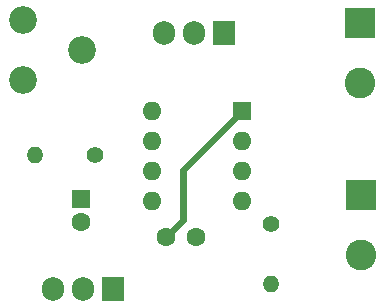
<source format=gbr>
%TF.GenerationSoftware,KiCad,Pcbnew,7.0.2*%
%TF.CreationDate,2023-05-06T18:38:29+05:30*%
%TF.ProjectId,Mod-Ckt-Pulser,4d6f642d-436b-4742-9d50-756c7365722e,rev?*%
%TF.SameCoordinates,Original*%
%TF.FileFunction,Copper,L1,Top*%
%TF.FilePolarity,Positive*%
%FSLAX46Y46*%
G04 Gerber Fmt 4.6, Leading zero omitted, Abs format (unit mm)*
G04 Created by KiCad (PCBNEW 7.0.2) date 2023-05-06 18:38:29*
%MOMM*%
%LPD*%
G01*
G04 APERTURE LIST*
%TA.AperFunction,ComponentPad*%
%ADD10C,1.400000*%
%TD*%
%TA.AperFunction,ComponentPad*%
%ADD11O,1.400000X1.400000*%
%TD*%
%TA.AperFunction,ComponentPad*%
%ADD12C,2.340000*%
%TD*%
%TA.AperFunction,ComponentPad*%
%ADD13R,1.905000X2.000000*%
%TD*%
%TA.AperFunction,ComponentPad*%
%ADD14O,1.905000X2.000000*%
%TD*%
%TA.AperFunction,ComponentPad*%
%ADD15C,1.600000*%
%TD*%
%TA.AperFunction,ComponentPad*%
%ADD16R,1.600000X1.600000*%
%TD*%
%TA.AperFunction,ComponentPad*%
%ADD17O,1.600000X1.600000*%
%TD*%
%TA.AperFunction,ComponentPad*%
%ADD18R,2.600000X2.600000*%
%TD*%
%TA.AperFunction,ComponentPad*%
%ADD19C,2.600000*%
%TD*%
%TA.AperFunction,Conductor*%
%ADD20C,0.600000*%
%TD*%
G04 APERTURE END LIST*
D10*
%TO.P,R2,1*%
%TO.N,Net-(U1-Q)*%
X87940000Y-75560000D03*
D11*
%TO.P,R2,2*%
%TO.N,Net-(Q1-G)*%
X87940000Y-80640000D03*
%TD*%
D12*
%TO.P,RV1,1,1*%
%TO.N,Net-(R1-Pad2)*%
X66970000Y-63315000D03*
%TO.P,RV1,2,2*%
%TO.N,Net-(U1-DIS)*%
X71970000Y-60815000D03*
%TO.P,RV1,3,3*%
%TO.N,Net-(U1-R)*%
X66970000Y-58315000D03*
%TD*%
D13*
%TO.P,Q1,1,G*%
%TO.N,Net-(Q1-G)*%
X74600000Y-81035000D03*
D14*
%TO.P,Q1,2,D*%
%TO.N,Net-(J2-Pin_2)*%
X72060000Y-81035000D03*
%TO.P,Q1,3,S*%
%TO.N,GND*%
X69520000Y-81035000D03*
%TD*%
D15*
%TO.P,C2,2*%
%TO.N,GND*%
X79090000Y-76630000D03*
%TO.P,C2,1*%
%TO.N,Net-(U1-CV)*%
X81590000Y-76630000D03*
%TD*%
D16*
%TO.P,U1,1,GND*%
%TO.N,GND*%
X85550000Y-65990000D03*
D17*
%TO.P,U1,2,TR*%
%TO.N,Net-(U1-THR)*%
X85550000Y-68530000D03*
%TO.P,U1,3,Q*%
%TO.N,Net-(U1-Q)*%
X85550000Y-71070000D03*
%TO.P,U1,4,R*%
%TO.N,Net-(U1-R)*%
X85550000Y-73610000D03*
%TO.P,U1,5,CV*%
%TO.N,Net-(U1-CV)*%
X77930000Y-73610000D03*
%TO.P,U1,6,THR*%
%TO.N,Net-(U1-THR)*%
X77930000Y-71070000D03*
%TO.P,U1,7,DIS*%
%TO.N,Net-(U1-DIS)*%
X77930000Y-68530000D03*
%TO.P,U1,8,VCC*%
%TO.N,Net-(U1-R)*%
X77930000Y-65990000D03*
%TD*%
D16*
%TO.P,C1,1*%
%TO.N,Net-(U1-THR)*%
X71890000Y-73394888D03*
D15*
%TO.P,C1,2*%
%TO.N,GND*%
X71890000Y-75394888D03*
%TD*%
D10*
%TO.P,R1,1*%
%TO.N,Net-(U1-THR)*%
X73060000Y-69710001D03*
D11*
%TO.P,R1,2*%
%TO.N,Net-(R1-Pad2)*%
X67980000Y-69710001D03*
%TD*%
D14*
%TO.P,U2,3,VO*%
%TO.N,Net-(U1-R)*%
X78920000Y-59350000D03*
%TO.P,U2,2,GND*%
%TO.N,GND*%
X81460000Y-59350000D03*
D13*
%TO.P,U2,1,VI*%
%TO.N,Net-(J1-Pin_2)*%
X84000000Y-59350000D03*
%TD*%
D18*
%TO.P,J1,1,Pin_1*%
%TO.N,GND*%
X95510000Y-58540000D03*
D19*
%TO.P,J1,2,Pin_2*%
%TO.N,Net-(J1-Pin_2)*%
X95510000Y-63620000D03*
%TD*%
D18*
%TO.P,J2,1,Pin_1*%
%TO.N,Net-(J1-Pin_2)*%
X95605000Y-73075000D03*
D19*
%TO.P,J2,2,Pin_2*%
%TO.N,Net-(J2-Pin_2)*%
X95605000Y-78155000D03*
%TD*%
D20*
%TO.N,GND*%
X85550000Y-65990000D02*
X80530000Y-71010000D01*
X80530000Y-71010000D02*
X80530000Y-75190000D01*
X80530000Y-75190000D02*
X79090000Y-76630000D01*
%TD*%
M02*

</source>
